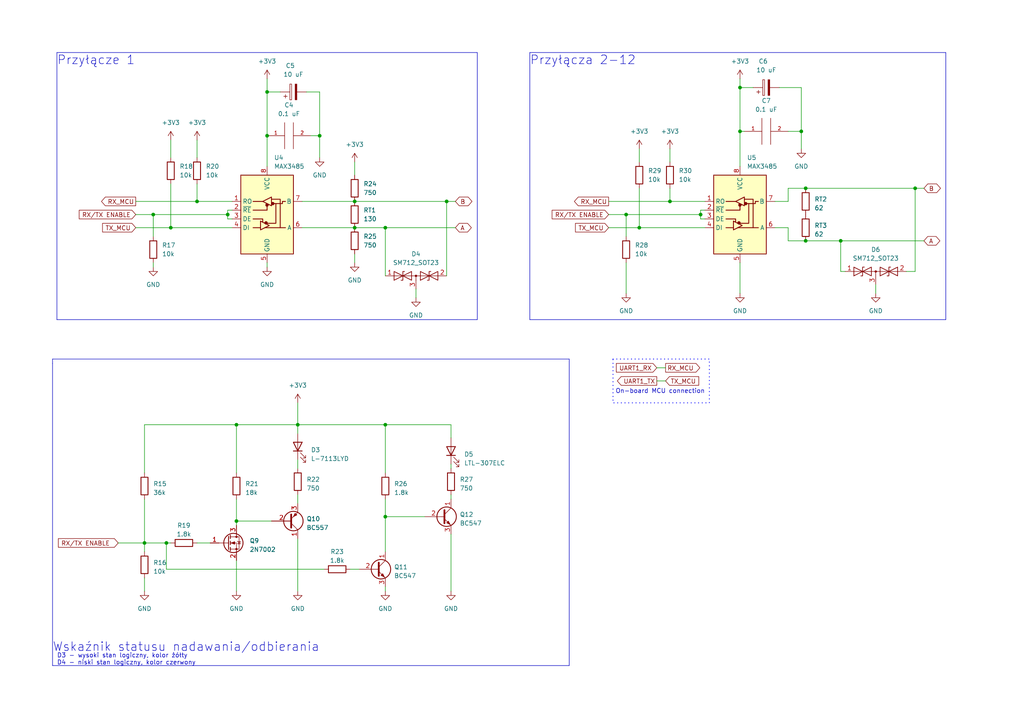
<source format=kicad_sch>
(kicad_sch (version 20230121) (generator eeschema)
  (paper "A4")
  (lib_symbols
    (symbol "Device:C_Polarized" (pin_numbers hide) (pin_names (offset 0.254))
      (property "Reference" "C" (at 0.635 2.54 0))
      (property "Value" "C_Polarized" (at 0.635 -2.54 0))
      (symbol "C_Polarized_0_1"
        (rectangle (start -2.286 0.508) (end 2.286 1.016))
        (polyline (pts (xy -1.778 2.286) (xy -0.762 2.286)))
        (polyline (pts (xy -1.27 2.794) (xy -1.27 1.778)))
        (rectangle (start 2.286 -0.508) (end -2.286 -1.016) (fill (type outline)))
      )
      (symbol "C_Polarized_1_1"
        (pin passive line (at 0 3.81 270) (length 2.794) (name "~") (number "1"))
        (pin passive line (at 0 -3.81 90) (length 2.794) (name "~") (number "2"))
      )
    )
    (symbol "Device:LED" (pin_numbers hide) (pin_names (offset 1.016) hide)
      (property "Reference" "D" (at 0 2.54 0))
      (property "Value" "LED" (at 0 -2.54 0))
      (symbol "LED_0_1"
        (polyline (pts (xy -1.27 -1.27) (xy -1.27 1.27)) (stroke (width 0.254)))
        (polyline (pts (xy -1.27 0) (xy 1.27 0)))
        (polyline (pts (xy 1.27 -1.27) (xy 1.27 1.27) (xy -1.27 0) (xy 1.27 -1.27)) (stroke (width 0.254)))
        (polyline (pts (xy -3.048 -0.762) (xy -4.572 -2.286) (xy -3.81 -2.286) (xy -4.572 -2.286) (xy -4.572 -1.524)))
        (polyline (pts (xy -1.778 -0.762) (xy -3.302 -2.286) (xy -2.54 -2.286) (xy -3.302 -2.286) (xy -3.302 -1.524)))
      )
      (symbol "LED_1_1"
        (pin passive line (at -3.81 0 0) (length 2.54) (name "K") (number "1"))
        (pin passive line (at 3.81 0 180) (length 2.54) (name "A") (number "2"))
      )
    )
    (symbol "Device:R" (pin_numbers hide) (pin_names (offset 0))
      (property "Reference" "R" (at 2.032 0 90))
      (property "Value" "R" (at 0 0 90))
      (symbol "R_0_1"
        (rectangle (start -1.016 -2.54) (end 1.016 2.54) (stroke (width 0.254)))
      )
      (symbol "R_1_1"
        (pin passive line (at 0 3.81 270) (length 1.27) (name "~") (number "1"))
        (pin passive line (at 0 -3.81 90) (length 1.27) (name "~") (number "2"))
      )
    )
    (symbol "Diode:SM712_SOT23" (pin_names (offset 1.016) hide)
      (property "Reference" "D" (at 0 4.445 0))
      (property "Value" "SM712_SOT23" (at 0 2.54 0))
      (symbol "SM712_SOT23_0_0"
        (polyline (pts (xy 0 -1.27) (xy 0 0)))
      )
      (symbol "SM712_SOT23_0_1"
        (polyline (pts (xy -6.35 0) (xy 6.35 0)))
        (polyline (pts (xy -3.302 1.27) (xy -3.81 1.27) (xy -3.81 -1.27) (xy -4.318 -1.27)) (stroke (width 0.2032)))
        (polyline (pts (xy 4.318 1.27) (xy 3.81 1.27) (xy 3.81 -1.27) (xy 3.302 -1.27)) (stroke (width 0.2032)))
        (polyline (pts (xy -6.35 -1.27) (xy -1.27 1.27) (xy -1.27 -1.27) (xy -6.35 1.27) (xy -6.35 -1.27)) (stroke (width 0.2032)))
        (polyline (pts (xy 1.27 -1.27) (xy 1.27 1.27) (xy 6.35 -1.27) (xy 6.35 1.27) (xy 1.27 -1.27)) (stroke (width 0.2032)))
        (circle (center 0 0) (radius 0.254) (fill (type outline)))
      )
      (symbol "SM712_SOT23_1_1"
        (pin passive line (at -8.89 0 0) (length 2.54) (name "A1") (number "1"))
        (pin passive line (at 8.89 0 180) (length 2.54) (name "A2") (number "2"))
        (pin input line (at 0 -3.81 90) (length 2.54) (name "common") (number "3"))
      )
    )
    (symbol "Interface_UART:MAX3485"
      (property "Reference" "U" (at -6.096 11.43 0))
      (property "Value" "MAX3485" (at 0.762 11.43 0))
      (symbol "MAX3485_0_1"
        (rectangle (start -7.62 10.16) (end 7.62 -12.7) (stroke (width 0.254)) (fill (type background)))
        (circle (center -0.3048 -3.683) (radius 0.3556) (stroke (width 0.254)) (fill (type outline)))
        (circle (center -0.0254 1.4986) (radius 0.3556) (stroke (width 0.254)) (fill (type outline)))
        (polyline (pts (xy -4.064 -5.08) (xy -1.905 -5.08)) (stroke (width 0.254)))
        (polyline (pts (xy -4.064 2.54) (xy -1.27 2.54)) (stroke (width 0.254)))
        (polyline (pts (xy -1.27 -3.2004) (xy -1.27 -3.4544)) (stroke (width 0.254)))
        (polyline (pts (xy -0.635 -5.08) (xy 5.334 -5.08)) (stroke (width 0.254)))
        (polyline (pts (xy -4.064 -2.54) (xy -1.27 -2.54) (xy -1.27 -3.175)) (stroke (width 0.254)))
        (polyline (pts (xy 0 1.27) (xy 0 0) (xy -4.064 0)) (stroke (width 0.254)))
        (polyline (pts (xy 1.27 3.175) (xy 3.81 3.175) (xy 3.81 -5.08)) (stroke (width 0.254)))
        (polyline (pts (xy 2.54 1.905) (xy 2.54 -3.81) (xy 0 -3.81)) (stroke (width 0.254)))
        (polyline (pts (xy -1.905 -3.175) (xy -1.905 -5.715) (xy 0.635 -4.445) (xy -1.905 -3.175)) (stroke (width 0.254)))
        (polyline (pts (xy -1.27 2.54) (xy 1.27 3.81) (xy 1.27 1.27) (xy -1.27 2.54)) (stroke (width 0.254)))
        (polyline (pts (xy 1.905 1.905) (xy 4.445 1.905) (xy 4.445 2.54) (xy 5.334 2.54)) (stroke (width 0.254)))
        (rectangle (start 1.27 3.175) (end 1.27 3.175))
        (circle (center 1.651 1.905) (radius 0.3556) (stroke (width 0.254)) (fill (type outline)))
      )
      (symbol "MAX3485_1_1"
        (pin output line (at -10.16 2.54 0) (length 2.54) (name "RO") (number "1"))
        (pin input line (at -10.16 0 0) (length 2.54) (name "~{RE}") (number "2"))
        (pin input line (at -10.16 -2.54 0) (length 2.54) (name "DE") (number "3"))
        (pin input line (at -10.16 -5.08 0) (length 2.54) (name "DI") (number "4"))
        (pin power_in line (at 0 -15.24 90) (length 2.54) (name "GND") (number "5"))
        (pin bidirectional line (at 10.16 -5.08 180) (length 2.54) (name "A") (number "6"))
        (pin bidirectional line (at 10.16 2.54 180) (length 2.54) (name "B") (number "7"))
        (pin power_in line (at 0 12.7 270) (length 2.54) (name "VCC") (number "8"))
      )
    )
    (symbol "Transistor_BJT:BC547" (pin_names (offset 0) hide)
      (property "Reference" "Q" (at 5.08 1.905 0))
      (property "Value" "BC547" (at 5.08 0 0))
      (symbol "BC547_0_1"
        (polyline (pts (xy 0 0) (xy 0.635 0)))
        (polyline (pts (xy 0.635 0.635) (xy 2.54 2.54)))
        (polyline (pts (xy 0.635 -0.635) (xy 2.54 -2.54) (xy 2.54 -2.54)))
        (polyline (pts (xy 0.635 1.905) (xy 0.635 -1.905) (xy 0.635 -1.905)) (stroke (width 0.508)))
        (polyline (pts (xy 1.27 -1.778) (xy 1.778 -1.27) (xy 2.286 -2.286) (xy 1.27 -1.778) (xy 1.27 -1.778)) (fill (type outline)))
        (circle (center 1.27 0) (radius 2.8194) (stroke (width 0.254)))
      )
      (symbol "BC547_1_1"
        (pin passive line (at 2.54 5.08 270) (length 2.54) (name "C") (number "1"))
        (pin input line (at -5.08 0 0) (length 5.08) (name "B") (number "2"))
        (pin passive line (at 2.54 -5.08 90) (length 2.54) (name "E") (number "3"))
      )
    )
    (symbol "Transistor_BJT:BC557" (pin_names (offset 0) hide)
      (property "Reference" "Q" (at 5.08 1.905 0))
      (property "Value" "BC557" (at 5.08 0 0))
      (symbol "BC557_0_1"
        (polyline (pts (xy 0.635 0.635) (xy 2.54 2.54)))
        (polyline (pts (xy 0.635 -0.635) (xy 2.54 -2.54) (xy 2.54 -2.54)))
        (polyline (pts (xy 0.635 1.905) (xy 0.635 -1.905) (xy 0.635 -1.905)) (stroke (width 0.508)))
        (polyline (pts (xy 2.286 -1.778) (xy 1.778 -2.286) (xy 1.27 -1.27) (xy 2.286 -1.778) (xy 2.286 -1.778)) (fill (type outline)))
        (circle (center 1.27 0) (radius 2.8194) (stroke (width 0.254)))
      )
      (symbol "BC557_1_1"
        (pin passive line (at 2.54 5.08 270) (length 2.54) (name "C") (number "1"))
        (pin input line (at -5.08 0 0) (length 5.715) (name "B") (number "2"))
        (pin passive line (at 2.54 -5.08 90) (length 2.54) (name "E") (number "3"))
      )
    )
    (symbol "Transistor_FET:2N7002" (pin_names hide)
      (property "Reference" "Q" (at 5.08 1.905 0))
      (property "Value" "2N7002" (at 5.08 0 0))
      (symbol "2N7002_0_1"
        (polyline (pts (xy 0.254 0) (xy -2.54 0)))
        (polyline (pts (xy 0.254 1.905) (xy 0.254 -1.905)) (stroke (width 0.254)))
        (polyline (pts (xy 0.762 -1.27) (xy 0.762 -2.286)) (stroke (width 0.254)))
        (polyline (pts (xy 0.762 0.508) (xy 0.762 -0.508)) (stroke (width 0.254)))
        (polyline (pts (xy 0.762 2.286) (xy 0.762 1.27)) (stroke (width 0.254)))
        (polyline (pts (xy 2.54 2.54) (xy 2.54 1.778)))
        (polyline (pts (xy 2.54 -2.54) (xy 2.54 0) (xy 0.762 0)))
        (polyline (pts (xy 0.762 -1.778) (xy 3.302 -1.778) (xy 3.302 1.778) (xy 0.762 1.778)))
        (polyline (pts (xy 1.016 0) (xy 2.032 0.381) (xy 2.032 -0.381) (xy 1.016 0)) (fill (type outline)))
        (polyline (pts (xy 2.794 0.508) (xy 2.921 0.381) (xy 3.683 0.381) (xy 3.81 0.254)))
        (polyline (pts (xy 3.302 0.381) (xy 2.921 -0.254) (xy 3.683 -0.254) (xy 3.302 0.381)))
        (circle (center 1.651 0) (radius 2.794) (stroke (width 0.254)))
        (circle (center 2.54 -1.778) (radius 0.254) (fill (type outline)))
        (circle (center 2.54 1.778) (radius 0.254) (fill (type outline)))
      )
      (symbol "2N7002_1_1"
        (pin input line (at -5.08 0 0) (length 2.54) (name "G") (number "1"))
        (pin passive line (at 2.54 -5.08 90) (length 2.54) (name "S") (number "2"))
        (pin passive line (at 2.54 5.08 270) (length 2.54) (name "D") (number "3"))
      )
    )
    (symbol "power:+3.3V" (power) (pin_names (offset 0))
      (property "Value" "+3.3V" (at 0 3.556 0))
      (symbol "+3.3V_0_1"
        (polyline (pts (xy -0.762 1.27) (xy 0 2.54)))
        (polyline (pts (xy 0 0) (xy 0 2.54)))
        (polyline (pts (xy 0 2.54) (xy 0.762 1.27)))
      )
      (symbol "+3.3V_1_1"
        (pin power_in line (at 0 0 90) (length 0) hide (name "+3V3") (number "1"))
      )
    )
    (symbol "power:+3V3" (power) (pin_names (offset 0))
      (property "Value" "+3V3" (at 0 3.556 0))
      (symbol "+3V3_0_1"
        (polyline (pts (xy -0.762 1.27) (xy 0 2.54)))
        (polyline (pts (xy 0 0) (xy 0 2.54)))
        (polyline (pts (xy 0 2.54) (xy 0.762 1.27)))
      )
      (symbol "+3V3_1_1"
        (pin power_in line (at 0 0 90) (length 0) hide (name "+3V3") (number "1"))
      )
    )
    (symbol "power:GND" (power) (pin_names (offset 0))
      (property "Value" "GND" (at 0 -3.81 0))
      (symbol "GND_0_1"
        (polyline (pts (xy 0 0) (xy 0 -1.27) (xy 1.27 -1.27) (xy 0 -2.54) (xy -1.27 -1.27) (xy 0 -1.27)))
      )
      (symbol "GND_1_1"
        (pin power_in line (at 0 0 270) (length 0) hide (name "GND") (number "1"))
      )
    )
    (symbol "pspice:C" (pin_names (offset 0.254))
      (property "Reference" "C" (at 2.54 3.81 90))
      (property "Value" "C" (at 2.54 -3.81 90))
      (symbol "C_0_1"
        (polyline (pts (xy -3.81 -1.27) (xy 3.81 -1.27)))
        (polyline (pts (xy -3.81 1.27) (xy 3.81 1.27)))
      )
      (symbol "C_1_1"
        (pin passive line (at 0 6.35 270) (length 5.08) (name "~") (number "1"))
        (pin passive line (at 0 -6.35 90) (length 5.08) (name "~") (number "2"))
      )
    )
  )
  (junction (at 214.63 25.4))
  (junction (at 77.47 39.37))
  (junction (at 102.87 66.04))
  (junction (at 66.04 62.23))
  (junction (at 233.68 54.61))
  (junction (at 77.47 26.67))
  (junction (at 181.61 62.23))
  (junction (at 265.43 54.61))
  (junction (at 111.76 149.86))
  (junction (at 92.71 39.37))
  (junction (at 68.58 123.19))
  (junction (at 86.36 123.19))
  (junction (at 111.76 66.04))
  (junction (at 41.91 157.48))
  (junction (at 57.15 58.42))
  (junction (at 44.45 62.23))
  (junction (at 68.58 151.13))
  (junction (at 214.63 38.1))
  (junction (at 102.87 58.42))
  (junction (at 203.2 62.23))
  (junction (at 49.53 66.04))
  (junction (at 194.31 58.42))
  (junction (at 111.76 123.19))
  (junction (at 243.84 69.85))
  (junction (at 185.42 66.04))
  (junction (at 129.54 58.42))
  (junction (at 48.26 157.48))
  (junction (at 232.41 38.1))
  (junction (at 233.68 69.85))
  (wire (pts (xy 190.5 110.49) (xy 193.04 110.49)))
  (wire (pts (xy 44.45 62.23) (xy 44.45 68.58)))
  (wire (pts (xy 67.31 60.96) (xy 66.04 60.96)))
  (wire (pts (xy 181.61 68.58) (xy 181.61 62.23)))
  (wire (pts (xy 130.81 127) (xy 130.81 123.19)))
  (polyline (pts (xy 16.51 15.24) (xy 16.51 92.71)))
  (wire (pts (xy 57.15 157.48) (xy 60.96 157.48)))
  (wire (pts (xy 49.53 66.04) (xy 67.31 66.04)))
  (wire (pts (xy 86.36 156.21) (xy 86.36 171.45)))
  (wire (pts (xy 111.76 170.18) (xy 111.76 171.45)))
  (wire (pts (xy 130.81 154.94) (xy 130.81 171.45)))
  (wire (pts (xy 86.36 143.51) (xy 86.36 146.05)))
  (wire (pts (xy 90.17 39.37) (xy 92.71 39.37)))
  (wire (pts (xy 102.87 58.42) (xy 129.54 58.42)))
  (wire (pts (xy 233.68 69.85) (xy 243.84 69.85)))
  (wire (pts (xy 203.2 60.96) (xy 203.2 62.23)))
  (wire (pts (xy 101.6 165.1) (xy 104.14 165.1)))
  (wire (pts (xy 48.26 165.1) (xy 48.26 157.48)))
  (wire (pts (xy 88.9 26.67) (xy 92.71 26.67)))
  (polyline (pts (xy 153.67 15.24) (xy 274.32 15.24)))
  (wire (pts (xy 44.45 76.2) (xy 44.45 77.47)))
  (wire (pts (xy 232.41 38.1) (xy 232.41 43.18)))
  (wire (pts (xy 102.87 46.99) (xy 102.87 50.8)))
  (wire (pts (xy 190.5 106.68) (xy 193.04 106.68)))
  (wire (pts (xy 194.31 58.42) (xy 204.47 58.42)))
  (wire (pts (xy 224.79 58.42) (xy 228.6 58.42)))
  (wire (pts (xy 41.91 144.78) (xy 41.91 157.48)))
  (wire (pts (xy 86.36 123.19) (xy 68.58 123.19)))
  (wire (pts (xy 243.84 69.85) (xy 267.97 69.85)))
  (wire (pts (xy 66.04 63.5) (xy 67.31 63.5)))
  (wire (pts (xy 86.36 125.73) (xy 86.36 123.19)))
  (wire (pts (xy 203.2 63.5) (xy 204.47 63.5)))
  (wire (pts (xy 68.58 151.13) (xy 68.58 152.4)))
  (wire (pts (xy 39.37 58.42) (xy 57.15 58.42)))
  (wire (pts (xy 176.53 62.23) (xy 181.61 62.23)))
  (polyline (pts (xy 16.51 92.71) (xy 138.43 92.71)))
  (wire (pts (xy 214.63 25.4) (xy 218.44 25.4)))
  (wire (pts (xy 265.43 54.61) (xy 265.43 78.74)))
  (wire (pts (xy 92.71 39.37) (xy 92.71 45.72)))
  (wire (pts (xy 41.91 157.48) (xy 41.91 160.02)))
  (wire (pts (xy 243.84 78.74) (xy 245.11 78.74)))
  (wire (pts (xy 87.63 58.42) (xy 102.87 58.42)))
  (polyline (pts (xy 165.1 104.14) (xy 165.1 193.04)))
  (wire (pts (xy 228.6 58.42) (xy 228.6 54.61)))
  (wire (pts (xy 66.04 60.96) (xy 66.04 62.23)))
  (wire (pts (xy 185.42 54.61) (xy 185.42 66.04)))
  (wire (pts (xy 185.42 43.18) (xy 185.42 46.99)))
  (wire (pts (xy 49.53 40.64) (xy 49.53 45.72)))
  (wire (pts (xy 214.63 25.4) (xy 214.63 38.1)))
  (wire (pts (xy 265.43 54.61) (xy 267.97 54.61)))
  (wire (pts (xy 57.15 40.64) (xy 57.15 45.72)))
  (wire (pts (xy 214.63 22.86) (xy 214.63 25.4)))
  (wire (pts (xy 228.6 66.04) (xy 228.6 69.85)))
  (polyline (pts (xy 15.24 104.14) (xy 15.24 105.41)))
  (wire (pts (xy 130.81 143.51) (xy 130.81 144.78)))
  (wire (pts (xy 41.91 123.19) (xy 41.91 137.16)))
  (wire (pts (xy 39.37 62.23) (xy 44.45 62.23)))
  (polyline (pts (xy 15.24 105.41) (xy 15.24 193.04)))
  (wire (pts (xy 66.04 62.23) (xy 66.04 63.5)))
  (wire (pts (xy 77.47 26.67) (xy 77.47 39.37)))
  (wire (pts (xy 68.58 162.56) (xy 68.58 171.45)))
  (wire (pts (xy 111.76 144.78) (xy 111.76 149.86)))
  (wire (pts (xy 181.61 76.2) (xy 181.61 85.09)))
  (wire (pts (xy 68.58 137.16) (xy 68.58 123.19)))
  (wire (pts (xy 111.76 66.04) (xy 132.08 66.04)))
  (wire (pts (xy 86.36 116.84) (xy 86.36 123.19)))
  (wire (pts (xy 228.6 69.85) (xy 233.68 69.85)))
  (wire (pts (xy 49.53 53.34) (xy 49.53 66.04)))
  (wire (pts (xy 77.47 22.86) (xy 77.47 26.67)))
  (wire (pts (xy 129.54 58.42) (xy 129.54 80.01)))
  (polyline (pts (xy 15.24 193.04) (xy 165.1 193.04)))
  (wire (pts (xy 68.58 123.19) (xy 41.91 123.19)))
  (wire (pts (xy 39.37 66.04) (xy 49.53 66.04)))
  (wire (pts (xy 226.06 25.4) (xy 232.41 25.4)))
  (wire (pts (xy 233.68 54.61) (xy 265.43 54.61)))
  (wire (pts (xy 130.81 134.62) (xy 130.81 135.89)))
  (wire (pts (xy 129.54 58.42) (xy 132.08 58.42)))
  (wire (pts (xy 81.28 26.67) (xy 77.47 26.67)))
  (wire (pts (xy 93.98 165.1) (xy 48.26 165.1)))
  (wire (pts (xy 228.6 54.61) (xy 233.68 54.61)))
  (wire (pts (xy 102.87 76.2) (xy 102.87 73.66)))
  (wire (pts (xy 181.61 62.23) (xy 203.2 62.23)))
  (polyline (pts (xy 16.51 15.24) (xy 138.43 15.24)))
  (wire (pts (xy 243.84 69.85) (xy 243.84 78.74)))
  (polyline (pts (xy 138.43 92.71) (xy 138.43 15.24)))
  (wire (pts (xy 87.63 66.04) (xy 102.87 66.04)))
  (wire (pts (xy 262.89 78.74) (xy 265.43 78.74)))
  (wire (pts (xy 77.47 39.37) (xy 77.47 48.26)))
  (wire (pts (xy 111.76 149.86) (xy 111.76 160.02)))
  (wire (pts (xy 214.63 38.1) (xy 214.63 48.26)))
  (wire (pts (xy 232.41 25.4) (xy 232.41 38.1)))
  (wire (pts (xy 57.15 58.42) (xy 67.31 58.42)))
  (polyline (pts (xy 153.67 92.71) (xy 274.32 92.71)))
  (wire (pts (xy 92.71 26.67) (xy 92.71 39.37)))
  (wire (pts (xy 44.45 62.23) (xy 66.04 62.23)))
  (wire (pts (xy 111.76 66.04) (xy 111.76 80.01)))
  (wire (pts (xy 176.53 66.04) (xy 185.42 66.04)))
  (wire (pts (xy 102.87 66.04) (xy 111.76 66.04)))
  (wire (pts (xy 111.76 123.19) (xy 111.76 137.16)))
  (wire (pts (xy 254 85.09) (xy 254 82.55)))
  (wire (pts (xy 77.47 76.2) (xy 77.47 77.47)))
  (wire (pts (xy 228.6 38.1) (xy 232.41 38.1)))
  (wire (pts (xy 194.31 54.61) (xy 194.31 58.42)))
  (wire (pts (xy 176.53 58.42) (xy 194.31 58.42)))
  (wire (pts (xy 57.15 53.34) (xy 57.15 58.42)))
  (wire (pts (xy 41.91 167.64) (xy 41.91 171.45)))
  (wire (pts (xy 41.91 157.48) (xy 48.26 157.48)))
  (wire (pts (xy 185.42 66.04) (xy 204.47 66.04)))
  (wire (pts (xy 48.26 157.48) (xy 49.53 157.48)))
  (wire (pts (xy 204.47 60.96) (xy 203.2 60.96)))
  (wire (pts (xy 120.65 83.82) (xy 120.65 86.36)))
  (wire (pts (xy 214.63 38.1) (xy 215.9 38.1)))
  (polyline (pts (xy 165.1 104.14) (xy 15.24 104.14)))
  (polyline (pts (xy 153.67 15.24) (xy 153.67 92.71)))
  (wire (pts (xy 86.36 133.35) (xy 86.36 135.89)))
  (wire (pts (xy 224.79 66.04) (xy 228.6 66.04)))
  (polyline (pts (xy 274.32 92.71) (xy 274.32 15.24)))
  (wire (pts (xy 194.31 43.18) (xy 194.31 46.99)))
  (wire (pts (xy 68.58 151.13) (xy 78.74 151.13)))
  (wire (pts (xy 34.29 157.48) (xy 41.91 157.48)))
  (wire (pts (xy 203.2 62.23) (xy 203.2 63.5)))
  (wire (pts (xy 111.76 123.19) (xy 130.81 123.19)))
  (wire (pts (xy 111.76 149.86) (xy 123.19 149.86)))
  (wire (pts (xy 68.58 144.78) (xy 68.58 151.13)))
  (wire (pts (xy 86.36 123.19) (xy 111.76 123.19)))
  (wire (pts (xy 214.63 76.2) (xy 214.63 85.09)))
  (rectangle (start 177.8 104.14) (end 205.74 116.84) (stroke (width 0.254) (type dot) (color 0 0 255 1)))
  (text "D3 - wysoki stan logiczny, kolor żółty\nD4 - niski stan logiczny, kolor czerwony" (at 16.51 193.04 0) (effects (font (size 1.27 1.27)) (justify left bottom)))
  (text "Wskaźnik statusu nadawania/odbierania\n" (at 15.24 189.23 0) (effects (font (size 2.54 2.54)) (justify left bottom)))
  (text "On-board MCU connection" (at 204.47 114.3 0) (effects (font (size 1.27 1.27)) (justify right bottom)))
  (text "Przyłącze 1" (at 16.51 19.05 0) (effects (font (size 2.54 2.54)) (justify left bottom)))
  (text "Przyłącza 2-12" (at 153.67 19.05 0) (effects (font (size 2.54 2.54)) (justify left bottom)))
  (global_label "UART1_RX" (shape input) (at 190.5 106.68 180) (property "Intersheetrefs" "${INTERSHEET_REFS}" (effects hide)))
  (global_label "UART1_TX" (shape output) (at 190.5 110.49 180) (property "Intersheetrefs" "${INTERSHEET_REFS}" (effects hide)))
  (global_label "B" (shape bidirectional) (at 132.08 58.42 0) (property "Intersheetrefs" "${INTERSHEET_REFS}" (effects hide)))
  (global_label "TX_MCU" (shape input) (at 39.37 66.04 180) (property "Intersheetrefs" "${INTERSHEET_REFS}" (effects hide)))
  (global_label "RX{slash}TX ENABLE " (shape input) (at 34.29 157.48 180) (property "Intersheetrefs" "${INTERSHEET_REFS}" (effects hide)))
  (global_label "RX{slash}TX ENABLE" (shape input) (at 39.37 62.23 180) (property "Intersheetrefs" "${INTERSHEET_REFS}" (effects hide)))
  (global_label "A" (shape bidirectional) (at 267.97 69.85 0) (property "Intersheetrefs" "${INTERSHEET_REFS}" (effects hide)))
  (global_label "RX_MCU" (shape output) (at 193.04 106.68 0) (property "Intersheetrefs" "${INTERSHEET_REFS}" (effects hide)))
  (global_label "RX_MCU" (shape output) (at 39.37 58.42 180) (property "Intersheetrefs" "${INTERSHEET_REFS}" (effects hide)))
  (global_label "TX_MCU" (shape input) (at 193.04 110.49 0) (property "Intersheetrefs" "${INTERSHEET_REFS}" (effects hide)))
  (global_label "RX{slash}TX ENABLE" (shape input) (at 176.53 62.23 180) (property "Intersheetrefs" "${INTERSHEET_REFS}" (effects hide)))
  (global_label "B" (shape bidirectional) (at 267.97 54.61 0) (property "Intersheetrefs" "${INTERSHEET_REFS}" (effects hide)))
  (global_label "A" (shape bidirectional) (at 132.08 66.04 0) (property "Intersheetrefs" "${INTERSHEET_REFS}" (effects hide)))
  (global_label "RX_MCU" (shape output) (at 176.53 58.42 180) (property "Intersheetrefs" "${INTERSHEET_REFS}" (effects hide)))
  (global_label "TX_MCU" (shape input) (at 176.53 66.04 180) (property "Intersheetrefs" "${INTERSHEET_REFS}" (effects hide)))
  (symbol (lib_id "Device:R") (at 111.76 140.97 180) (unit 1)
    (property "Reference" "R26" (at 114.3 140.335 0) (effects (justify right)))
    (property "Value" "1.8k" (at 114.3 142.875 0) (effects (justify right)))
    (property "Footprint" "Resistor_THT:R_Axial_DIN0207_L6.3mm_D2.5mm_P7.62mm_Horizontal" (effects hide))
    (instances (project "PrzylaczePCB" (path "" (reference "R26") (unit 1)) (path "" (reference "R26") (unit 1))) (project "rs485-przylacze" (path "" (reference "R16") (unit 1))))
  )
  (symbol (lib_id "Transistor_BJT:BC547") (at 128.27 149.86 0) (unit 1)
    (property "Reference" "Q12" (at 133.35 149.225 0) (effects (justify left)))
    (property "Value" "BC547" (at 133.35 151.765 0) (effects (justify left)))
    (property "Footprint" "Package_TO_SOT_THT:TO-92_Inline" (effects hide))
    (property "Datasheet" "https://www.onsemi.com/pub/Collateral/BC550-D.pdf" (effects hide))
    (instances (project "PrzylaczePCB" (path "" (reference "Q12") (unit 1)) (path "" (reference "Q12") (unit 1))) (project "rs485-przylacze" (path "" (reference "Q4") (unit 1))))
  )
  (symbol (lib_id "power:GND") (at 254 85.09 0) (unit 1)
    (property "Reference" "#PWR042" (effects hide))
    (property "Value" "GND" (at 254 90.17 0))
    (instances (project "PrzylaczePCB" (path "" (reference "#PWR042") (unit 1)) (path "" (reference "#PWR043") (unit 1))) (project "rs485-przylacze" (path "" (reference "#PWR?") (unit 1))))
  )
  (symbol (lib_id "Device:C_Polarized") (at 85.09 26.67 90) (unit 1)
    (property "Reference" "C5" (at 84.201 19.05 90))
    (property "Value" "10 uF" (at 85.09 21.59 90))
    (property "Footprint" "Capacitor_THT:CP_Radial_Tantal_D10.5mm_P5.00mm" (effects hide))
    (instances (project "PrzylaczePCB" (path "" (reference "C5") (unit 1)) (path "" (reference "C5") (unit 1))) (project "rs485-przylacze" (path "" (reference "C2") (unit 1))))
  )
  (symbol (lib_id "Device:R") (at 185.42 50.8 0) (unit 1)
    (property "Reference" "R29" (at 187.96 49.5299 0) (effects (justify left)))
    (property "Value" "10k" (at 187.96 52.0699 0) (effects (justify left)))
    (property "Footprint" "Resistor_THT:R_Axial_DIN0207_L6.3mm_D2.5mm_P7.62mm_Horizontal" (effects hide))
    (instances (project "PrzylaczePCB" (path "" (reference "R29") (unit 1)) (path "" (reference "R29") (unit 1))) (project "rs485-przylacze" (path "" (reference "R12") (unit 1))))
  )
  (symbol (lib_id "pspice:C") (at 222.25 38.1 90) (unit 1)
    (property "Reference" "C7" (at 222.25 29.21 90))
    (property "Value" "0.1 uF" (at 222.25 31.75 90))
    (property "Footprint" "Capacitor_THT:C_Disc_D3.0mm_W1.6mm_P2.50mm" (effects hide))
    (instances (project "PrzylaczePCB" (path "" (reference "C7") (unit 1)) (path "" (reference "C7") (unit 1))) (project "rs485-przylacze" (path "" (reference "C3") (unit 1))))
  )
  (symbol (lib_id "power:+3V3") (at 77.47 22.86 0) (unit 1)
    (property "Reference" "#PWR024" (effects hide))
    (property "Value" "+3V3" (at 77.47 17.78 0))
    (instances (project "PrzylaczePCB" (path "" (reference "#PWR024") (unit 1)) (path "" (reference "#PWR027") (unit 1))) (project "rs485-przylacze" (path "" (reference "#PWR?") (unit 1))))
  )
  (symbol (lib_id "Device:R") (at 41.91 140.97 0) (unit 1)
    (property "Reference" "R15" (at 44.45 140.335 0) (effects (justify left)))
    (property "Value" "36k" (at 44.45 142.875 0) (effects (justify left)))
    (property "Footprint" "Resistor_THT:R_Axial_DIN0207_L6.3mm_D2.5mm_P7.62mm_Horizontal" (effects hide))
    (instances (project "PrzylaczePCB" (path "" (reference "R15") (unit 1)) (path "" (reference "R15") (unit 1))) (project "rs485-przylacze" (path "" (reference "R9") (unit 1))))
  )
  (symbol (lib_id "Device:R") (at 194.31 50.8 0) (unit 1)
    (property "Reference" "R30" (at 196.85 49.5299 0) (effects (justify left)))
    (property "Value" "10k" (at 196.85 52.0699 0) (effects (justify left)))
    (property "Footprint" "Resistor_THT:R_Axial_DIN0207_L6.3mm_D2.5mm_P7.62mm_Horizontal" (effects hide))
    (instances (project "PrzylaczePCB" (path "" (reference "R30") (unit 1)) (path "" (reference "R30") (unit 1))) (project "rs485-przylacze" (path "" (reference "R13") (unit 1))))
  )
  (symbol (lib_id "Device:R") (at 102.87 54.61 0) (unit 1)
    (property "Reference" "R24" (at 105.41 53.3399 0) (effects (justify left)))
    (property "Value" "750" (at 105.41 55.8799 0) (effects (justify left)))
    (property "Footprint" "Resistor_THT:R_Axial_DIN0207_L6.3mm_D2.5mm_P7.62mm_Horizontal" (effects hide))
    (instances (project "PrzylaczePCB" (path "" (reference "R24") (unit 1)) (path "" (reference "R24") (unit 1))) (project "rs485-przylacze" (path "" (reference "R4") (unit 1))))
  )
  (symbol (lib_id "power:GND") (at 232.41 43.18 0) (unit 1)
    (property "Reference" "#PWR041" (effects hide))
    (property "Value" "GND" (at 232.41 48.26 0))
    (instances (project "PrzylaczePCB" (path "" (reference "#PWR041") (unit 1)) (path "" (reference "#PWR042") (unit 1))) (project "rs485-przylacze" (path "" (reference "#PWR?") (unit 1))))
  )
  (symbol (lib_id "Device:R") (at 130.81 139.7 0) (unit 1)
    (property "Reference" "R27" (at 133.35 139.065 0) (effects (justify left)))
    (property "Value" "750" (at 133.35 141.605 0) (effects (justify left)))
    (property "Footprint" "Resistor_THT:R_Axial_DIN0207_L6.3mm_D2.5mm_P7.62mm_Horizontal" (effects hide))
    (instances (project "PrzylaczePCB" (path "" (reference "R27") (unit 1)) (path "" (reference "R27") (unit 1))) (project "rs485-przylacze" (path "" (reference "R7") (unit 1))))
  )
  (symbol (lib_id "Device:C_Polarized") (at 222.25 25.4 90) (unit 1)
    (property "Reference" "C6" (at 221.361 17.78 90))
    (property "Value" "10 uF" (at 222.25 20.32 90))
    (property "Footprint" "Capacitor_THT:CP_Radial_Tantal_D10.5mm_P5.00mm" (effects hide))
    (instances (project "PrzylaczePCB" (path "" (reference "C6") (unit 1)) (path "" (reference "C6") (unit 1))) (project "rs485-przylacze" (path "" (reference "C4") (unit 1))))
  )
  (symbol (lib_id "Device:R") (at 97.79 165.1 270) (unit 1)
    (property "Reference" "R23" (at 97.79 160.02 90))
    (property "Value" "1.8k" (at 97.79 162.56 90))
    (property "Footprint" "Resistor_THT:R_Axial_DIN0207_L6.3mm_D2.5mm_P7.62mm_Horizontal" (effects hide))
    (instances (project "PrzylaczePCB" (path "" (reference "R23") (unit 1)) (path "" (reference "R23") (unit 1))) (project "rs485-przylacze" (path "" (reference "R17") (unit 1))))
  )
  (symbol (lib_id "Device:R") (at 102.87 69.85 0) (unit 1)
    (property "Reference" "R25" (at 105.41 68.5799 0) (effects (justify left)))
    (property "Value" "750" (at 105.41 71.1199 0) (effects (justify left)))
    (property "Footprint" "Resistor_THT:R_Axial_DIN0207_L6.3mm_D2.5mm_P7.62mm_Horizontal" (effects hide))
    (instances (project "PrzylaczePCB" (path "" (reference "R25") (unit 1)) (path "" (reference "R25") (unit 1))) (project "rs485-przylacze" (path "" (reference "R5") (unit 1))))
  )
  (symbol (lib_id "power:GND") (at 44.45 77.47 0) (unit 1)
    (property "Reference" "#PWR020" (effects hide))
    (property "Value" "GND" (at 44.45 82.55 0))
    (instances (project "PrzylaczePCB" (path "" (reference "#PWR020") (unit 1)) (path "" (reference "#PWR023") (unit 1))) (project "rs485-przylacze" (path "" (reference "#PWR?") (unit 1))))
  )
  (symbol (lib_id "Device:LED") (at 130.81 130.81 90) (unit 1)
    (property "Reference" "D5" (at 134.62 131.7625 90) (effects (justify right)))
    (property "Value" "LTL-307ELC" (at 134.62 134.3025 90) (effects (justify right)))
    (property "Footprint" "1_WLASNA_Library:2PAD_WIRE" (effects hide))
    (instances (project "PrzylaczePCB" (path "" (reference "D5") (unit 1)) (path "" (reference "D5") (unit 1))) (project "rs485-przylacze" (path "" (reference "D4") (unit 1))))
  )
  (symbol (lib_id "power:+3.3V") (at 49.53 40.64 0) (unit 1)
    (property "Reference" "#PWR021" (effects hide))
    (property "Value" "+3.3V" (at 49.53 35.56 0))
    (instances (project "PrzylaczePCB" (path "" (reference "#PWR021") (unit 1)) (path "" (reference "#PWR024") (unit 1))) (project "rs485-przylacze" (path "" (reference "#PWR?") (unit 1))))
  )
  (symbol (lib_id "power:+3V3") (at 214.63 22.86 0) (unit 1)
    (property "Reference" "#PWR039" (effects hide))
    (property "Value" "+3V3" (at 214.63 17.78 0))
    (instances (project "PrzylaczePCB" (path "" (reference "#PWR039") (unit 1)) (path "" (reference "#PWR040") (unit 1))) (project "rs485-przylacze" (path "" (reference "#PWR?") (unit 1))))
  )
  (symbol (lib_id "Transistor_BJT:BC557") (at 83.82 151.13 0) (mirror x) (unit 1)
    (property "Reference" "Q10" (at 88.9 150.495 0) (effects (justify left)))
    (property "Value" "BC557" (at 88.9 153.035 0) (effects (justify left)))
    (property "Footprint" "Package_TO_SOT_THT:TO-92_Inline" (effects hide))
    (property "Datasheet" "https://www.onsemi.com/pub/Collateral/BC556BTA-D.pdf" (effects hide))
    (instances (project "PrzylaczePCB" (path "" (reference "Q10") (unit 1)) (path "" (reference "Q10") (unit 1))) (project "rs485-przylacze" (path "" (reference "Q2") (unit 1))))
  )
  (symbol (lib_id "Device:R") (at 44.45 72.39 0) (unit 1)
    (property "Reference" "R17" (at 46.99 71.1199 0) (effects (justify left)))
    (property "Value" "10k" (at 46.99 73.6599 0) (effects (justify left)))
    (property "Footprint" "Resistor_THT:R_Axial_DIN0207_L6.3mm_D2.5mm_P7.62mm_Horizontal" (effects hide))
    (instances (project "PrzylaczePCB" (path "" (reference "R17") (unit 1)) (path "" (reference "R17") (unit 1))) (project "rs485-przylacze" (path "" (reference "R1") (unit 1))))
  )
  (symbol (lib_id "pspice:C") (at 83.82 39.37 90) (unit 1)
    (property "Reference" "C4" (at 83.82 30.48 90))
    (property "Value" "0.1 uF" (at 83.82 33.02 90))
    (property "Footprint" "Capacitor_THT:C_Disc_D3.0mm_W1.6mm_P2.50mm" (effects hide))
    (instances (project "PrzylaczePCB" (path "" (reference "C4") (unit 1)) (path "" (reference "C4") (unit 1))) (project "rs485-przylacze" (path "" (reference "C1") (unit 1))))
  )
  (symbol (lib_id "power:GND") (at 130.81 171.45 0) (unit 1)
    (property "Reference" "#PWR033" (effects hide))
    (property "Value" "GND" (at 130.81 176.53 0))
    (instances (project "PrzylaczePCB" (path "" (reference "#PWR033") (unit 1)) (path "" (reference "#PWR036") (unit 1))) (project "rs485-przylacze" (path "" (reference "#PWR09") (unit 1))))
  )
  (symbol (lib_id "Device:R") (at 49.53 49.53 0) (unit 1)
    (property "Reference" "R18" (at 52.07 48.2599 0) (effects (justify left)))
    (property "Value" "10k" (at 52.07 50.7999 0) (effects (justify left)))
    (property "Footprint" "Resistor_THT:R_Axial_DIN0207_L6.3mm_D2.5mm_P7.62mm_Horizontal" (effects hide))
    (instances (project "PrzylaczePCB" (path "" (reference "R18") (unit 1)) (path "" (reference "R18") (unit 1))) (project "rs485-przylacze" (path "" (reference "R2") (unit 1))))
  )
  (symbol (lib_id "power:GND") (at 214.63 85.09 0) (unit 1)
    (property "Reference" "#PWR040" (effects hide))
    (property "Value" "GND" (at 214.63 90.17 0))
    (instances (project "PrzylaczePCB" (path "" (reference "#PWR040") (unit 1)) (path "" (reference "#PWR041") (unit 1))) (project "rs485-przylacze" (path "" (reference "#PWR?") (unit 1))))
  )
  (symbol (lib_id "Device:R") (at 233.68 66.04 0) (unit 1)
    (property "Reference" "RT3" (at 236.22 65.405 0) (effects (justify left)))
    (property "Value" "62" (at 236.22 67.945 0) (effects (justify left)))
    (property "Footprint" "Resistor_THT:R_Axial_DIN0207_L6.3mm_D2.5mm_P7.62mm_Horizontal" (effects hide))
  )
  (symbol (lib_id "power:GND") (at 120.65 86.36 0) (unit 1)
    (property "Reference" "#PWR032" (effects hide))
    (property "Value" "GND" (at 120.65 91.44 0))
    (instances (project "PrzylaczePCB" (path "" (reference "#PWR032") (unit 1)) (path "" (reference "#PWR035") (unit 1))) (project "rs485-przylacze" (path "" (reference "#PWR?") (unit 1))))
  )
  (symbol (lib_id "power:GND") (at 77.47 77.47 0) (unit 1)
    (property "Reference" "#PWR025" (effects hide))
    (property "Value" "GND" (at 77.47 82.55 0))
    (instances (project "PrzylaczePCB" (path "" (reference "#PWR025") (unit 1)) (path "" (reference "#PWR028") (unit 1))) (project "rs485-przylacze" (path "" (reference "#PWR?") (unit 1))))
  )
  (symbol (lib_id "Device:R") (at 68.58 140.97 0) (unit 1)
    (property "Reference" "R21" (at 71.12 140.335 0) (effects (justify left)))
    (property "Value" "18k" (at 71.12 142.875 0) (effects (justify left)))
    (property "Footprint" "Resistor_THT:R_Axial_DIN0207_L6.3mm_D2.5mm_P7.62mm_Horizontal" (effects hide))
    (instances (project "PrzylaczePCB" (path "" (reference "R21") (unit 1)) (path "" (reference "R21") (unit 1))) (project "rs485-przylacze" (path "" (reference "R10") (unit 1))))
  )
  (symbol (lib_id "power:+3.3V") (at 57.15 40.64 0) (unit 1)
    (property "Reference" "#PWR022" (effects hide))
    (property "Value" "+3.3V" (at 57.15 35.56 0))
    (instances (project "PrzylaczePCB" (path "" (reference "#PWR022") (unit 1)) (path "" (reference "#PWR025") (unit 1))) (project "rs485-przylacze" (path "" (reference "#PWR?") (unit 1))))
  )
  (symbol (lib_id "Interface_UART:MAX3485") (at 214.63 60.96 0) (unit 1)
    (property "Reference" "U5" (at 216.6494 45.72 0) (effects (justify left)))
    (property "Value" "MAX3485" (at 216.6494 48.26 0) (effects (justify left)))
    (property "Footprint" "Package_SO:SO-8_3.9x4.9mm_P1.27mm" (effects hide))
    (property "Datasheet" "https://datasheets.maximintegrated.com/en/ds/MAX3483-MAX3491.pdf" (effects hide))
    (instances (project "PrzylaczePCB" (path "" (reference "U5") (unit 1)) (path "" (reference "U5") (unit 1))) (project "rs485-przylacze" (path "" (reference "U1") (unit 1))))
  )
  (symbol (lib_id "power:+3.3V") (at 185.42 43.18 0) (unit 1)
    (property "Reference" "#PWR037" (effects hide))
    (property "Value" "+3.3V" (at 185.42 38.1 0))
    (instances (project "PrzylaczePCB" (path "" (reference "#PWR037") (unit 1)) (path "" (reference "#PWR038") (unit 1))) (project "rs485-przylacze" (path "" (reference "#PWR02") (unit 1))))
  )
  (symbol (lib_id "power:+3V3") (at 86.36 116.84 0) (unit 1)
    (property "Reference" "#PWR026" (effects hide))
    (property "Value" "+3V3" (at 86.36 111.76 0))
    (instances (project "PrzylaczePCB" (path "" (reference "#PWR026") (unit 1)) (path "" (reference "#PWR029") (unit 1))) (project "rs485-przylacze" (path "" (reference "#PWR07") (unit 1))))
  )
  (symbol (lib_id "power:GND") (at 102.87 76.2 0) (unit 1)
    (property "Reference" "#PWR030" (effects hide))
    (property "Value" "GND" (at 102.87 81.28 0))
    (instances (project "PrzylaczePCB" (path "" (reference "#PWR030") (unit 1)) (path "" (reference "#PWR033") (unit 1))) (project "rs485-przylacze" (path "" (reference "#PWR?") (unit 1))))
  )
  (symbol (lib_id "Device:R") (at 86.36 139.7 0) (unit 1)
    (property "Reference" "R22" (at 88.9 139.065 0) (effects (justify left)))
    (property "Value" "750" (at 88.9 141.605 0) (effects (justify left)))
    (property "Footprint" "Resistor_THT:R_Axial_DIN0207_L6.3mm_D2.5mm_P7.62mm_Horizontal" (effects hide))
    (instances (project "PrzylaczePCB" (path "" (reference "R22") (unit 1)) (path "" (reference "R22") (unit 1))) (project "rs485-przylacze" (path "" (reference "R15") (unit 1))))
  )
  (symbol (lib_id "Device:R") (at 41.91 163.83 0) (unit 1)
    (property "Reference" "R16" (at 44.45 163.195 0) (effects (justify left)))
    (property "Value" "10k" (at 44.45 165.735 0) (effects (justify left)))
    (property "Footprint" "Resistor_THT:R_Axial_DIN0207_L6.3mm_D2.5mm_P7.62mm_Horizontal" (effects hide))
    (instances (project "PrzylaczePCB" (path "" (reference "R16") (unit 1)) (path "" (reference "R16") (unit 1))) (project "rs485-przylacze" (path "" (reference "R8") (unit 1))))
  )
  (symbol (lib_id "power:GND") (at 92.71 45.72 0) (unit 1)
    (property "Reference" "#PWR028" (effects hide))
    (property "Value" "GND" (at 92.71 50.8 0))
    (instances (project "PrzylaczePCB" (path "" (reference "#PWR028") (unit 1)) (path "" (reference "#PWR031") (unit 1))) (project "rs485-przylacze" (path "" (reference "#PWR?") (unit 1))))
  )
  (symbol (lib_id "Diode:SM712_SOT23") (at 120.65 80.01 0) (unit 1)
    (property "Reference" "D4" (at 120.65 73.66 0))
    (property "Value" "SM712_SOT23" (at 120.65 76.2 0))
    (property "Footprint" "Package_TO_SOT_SMD:SOT-23" (effects hide))
    (property "Datasheet" "https://www.littelfuse.com/~/media/electronics/datasheets/tvs_diode_arrays/littelfuse_tvs_diode_array_sm712_datasheet.pdf.pdf" (effects hide))
    (instances (project "PrzylaczePCB" (path "" (reference "D4") (unit 1)) (path "" (reference "D4") (unit 1))) (project "rs485-przylacze" (path "" (reference "D1") (unit 1))))
  )
  (symbol (lib_id "Device:R") (at 57.15 49.53 0) (unit 1)
    (property "Reference" "R20" (at 59.69 48.2599 0) (effects (justify left)))
    (property "Value" "10k" (at 59.69 50.7999 0) (effects (justify left)))
    (property "Footprint" "Resistor_THT:R_Axial_DIN0207_L6.3mm_D2.5mm_P7.62mm_Horizontal" (effects hide))
    (instances (project "PrzylaczePCB" (path "" (reference "R20") (unit 1)) (path "" (reference "R20") (unit 1))) (project "rs485-przylacze" (path "" (reference "R3") (unit 1))))
  )
  (symbol (lib_id "Device:R") (at 233.68 58.42 0) (unit 1)
    (property "Reference" "RT2" (at 236.22 57.785 0) (effects (justify left)))
    (property "Value" "62" (at 236.22 60.325 0) (effects (justify left)))
    (property "Footprint" "Resistor_THT:R_Axial_DIN0207_L6.3mm_D2.5mm_P7.62mm_Horizontal" (effects hide))
  )
  (symbol (lib_id "Device:LED") (at 86.36 129.54 90) (unit 1)
    (property "Reference" "D3" (at 90.17 130.4925 90) (effects (justify right)))
    (property "Value" "L-7113LYD" (at 90.17 133.0325 90) (effects (justify right)))
    (property "Footprint" "1_WLASNA_Library:2PAD_WIRE" (effects hide))
  )
  (symbol (lib_id "power:GND") (at 86.36 171.45 0) (unit 1)
    (property "Reference" "#PWR027" (effects hide))
    (property "Value" "GND" (at 86.36 176.53 0))
    (instances (project "PrzylaczePCB" (path "" (reference "#PWR027") (unit 1)) (path "" (reference "#PWR030") (unit 1))) (project "rs485-przylacze" (path "" (reference "#PWR06") (unit 1))))
  )
  (symbol (lib_id "power:+3V3") (at 102.87 46.99 0) (unit 1)
    (property "Reference" "#PWR029" (effects hide))
    (property "Value" "+3V3" (at 102.87 41.91 0))
    (instances (project "PrzylaczePCB" (path "" (reference "#PWR029") (unit 1)) (path "" (reference "#PWR032") (unit 1))) (project "rs485-przylacze" (path "" (reference "#PWR?") (unit 1))))
  )
  (symbol (lib_id "Diode:SM712_SOT23") (at 254 78.74 0) (unit 1)
    (property "Reference" "D6" (at 254 72.39 0))
    (property "Value" "SM712_SOT23" (at 254 74.93 0))
    (property "Footprint" "Package_TO_SOT_SMD:SOT-23" (effects hide))
    (property "Datasheet" "https://www.littelfuse.com/~/media/electronics/datasheets/tvs_diode_arrays/littelfuse_tvs_diode_array_sm712_datasheet.pdf.pdf" (effects hide))
    (instances (project "PrzylaczePCB" (path "" (reference "D6") (unit 1)) (path "" (reference "D6") (unit 1))) (project "rs485-przylacze" (path "" (reference "D2") (unit 1))))
  )
  (symbol (lib_id "Transistor_FET:2N7002") (at 66.04 157.48 0) (unit 1)
    (property "Reference" "Q9" (at 72.39 156.845 0) (effects (justify left)))
    (property "Value" "2N7002" (at 72.39 159.385 0) (effects (justify left)))
    (property "Footprint" "Package_TO_SOT_SMD:SOT-23" (effects hide))
    (property "Datasheet" "https://www.onsemi.com/pub/Collateral/NDS7002A-D.PDF" (effects hide))
    (instances (project "PrzylaczePCB" (path "" (reference "Q9") (unit 1)) (path "" (reference "Q9") (unit 1))) (project "rs485-przylacze" (path "" (reference "Q1") (unit 1))))
  )
  (symbol (lib_id "Transistor_BJT:BC547") (at 109.22 165.1 0) (unit 1)
    (property "Reference" "Q11" (at 114.3 164.465 0) (effects (justify left)))
    (property "Value" "BC547" (at 114.3 167.005 0) (effects (justify left)))
    (property "Footprint" "Package_TO_SOT_THT:TO-92_Inline" (effects hide))
    (property "Datasheet" "https://www.onsemi.com/pub/Collateral/BC550-D.pdf" (effects hide))
    (instances (project "PrzylaczePCB" (path "" (reference "Q11") (unit 1)) (path "" (reference "Q11") (unit 1))) (project "rs485-przylacze" (path "" (reference "Q3") (unit 1))))
  )
  (symbol (lib_id "power:GND") (at 41.91 171.45 0) (unit 1)
    (property "Reference" "#PWR019" (effects hide))
    (property "Value" "GND" (at 41.91 176.53 0))
    (instances (project "PrzylaczePCB" (path "" (reference "#PWR019") (unit 1)) (path "" (reference "#PWR022") (unit 1))) (project "rs485-przylacze" (path "" (reference "#PWR04") (unit 1))))
  )
  (symbol (lib_id "Interface_UART:MAX3485") (at 77.47 60.96 0) (unit 1)
    (property "Reference" "U4" (at 79.4894 45.72 0) (effects (justify left)))
    (property "Value" "MAX3485" (at 79.4894 48.26 0) (effects (justify left)))
    (property "Footprint" "Package_SO:SO-8_3.9x4.9mm_P1.27mm" (effects hide))
    (property "Datasheet" "https://datasheets.maximintegrated.com/en/ds/MAX3483-MAX3491.pdf" (effects hide))
    (instances (project "PrzylaczePCB" (path "" (reference "U4") (unit 1)) (path "" (reference "U4") (unit 1))) (project "rs485-przylacze" (path "" (reference "U2") (unit 1))))
  )
  (symbol (lib_id "power:GND") (at 111.76 171.45 0) (unit 1)
    (property "Reference" "#PWR031" (effects hide))
    (property "Value" "GND" (at 111.76 176.53 0))
    (instances (project "PrzylaczePCB" (path "" (reference "#PWR031") (unit 1)) (path "" (reference "#PWR034") (unit 1))) (project "rs485-przylacze" (path "" (reference "#PWR08") (unit 1))))
  )
  (symbol (lib_id "power:GND") (at 181.61 85.09 0) (unit 1)
    (property "Reference" "#PWR036" (effects hide))
    (property "Value" "GND" (at 181.61 90.17 0))
    (instances (project "PrzylaczePCB" (path "" (reference "#PWR036") (unit 1)) (path "" (reference "#PWR037") (unit 1))) (project "rs485-przylacze" (path "" (reference "#PWR01") (unit 1))))
  )
  (symbol (lib_id "Device:R") (at 53.34 157.48 90) (unit 1)
    (property "Reference" "R19" (at 53.34 152.4 90))
    (property "Value" "1.8k" (at 53.34 154.94 90))
    (property "Footprint" "Resistor_THT:R_Axial_DIN0207_L6.3mm_D2.5mm_P7.62mm_Horizontal" (effects hide))
    (instances (project "PrzylaczePCB" (path "" (reference "R19") (unit 1)) (path "" (reference "R19") (unit 1))) (project "rs485-przylacze" (path "" (reference "R14") (unit 1))))
  )
  (symbol (lib_id "power:GND") (at 68.58 171.45 0) (unit 1)
    (property "Reference" "#PWR023" (effects hide))
    (property "Value" "GND" (at 68.58 176.53 0))
    (instances (project "PrzylaczePCB" (path "" (reference "#PWR023") (unit 1)) (path "" (reference "#PWR026") (unit 1))) (project "rs485-przylacze" (path "" (reference "#PWR05") (unit 1))))
  )
  (symbol (lib_id "Device:R") (at 102.87 62.23 0) (unit 1)
    (property "Reference" "RT1" (at 105.41 60.9599 0) (effects (justify left)))
    (property "Value" "130" (at 105.41 63.4999 0) (effects (justify left)))
    (property "Footprint" "Resistor_THT:R_Axial_DIN0207_L6.3mm_D2.5mm_P5.08mm_Vertical" (effects hide))
  )
  (symbol (lib_id "power:+3.3V") (at 194.31 43.18 0) (unit 1)
    (property "Reference" "#PWR038" (effects hide))
    (property "Value" "+3.3V" (at 194.31 38.1 0))
    (instances (project "PrzylaczePCB" (path "" (reference "#PWR038") (unit 1)) (path "" (reference "#PWR039") (unit 1))) (project "rs485-przylacze" (path "" (reference "#PWR03") (unit 1))))
  )
  (symbol (lib_id "Device:R") (at 181.61 72.39 0) (unit 1)
    (property "Reference" "R28" (at 184.15 71.1199 0) (effects (justify left)))
    (property "Value" "10k" (at 184.15 73.6599 0) (effects (justify left)))
    (property "Footprint" "Resistor_THT:R_Axial_DIN0207_L6.3mm_D2.5mm_P7.62mm_Horizontal" (effects hide))
    (instances (project "PrzylaczePCB" (path "" (reference "R28") (unit 1)) (path "" (reference "R28") (unit 1))) (project "rs485-przylacze" (path "" (reference "R11") (unit 1))))
  )
)
</source>
